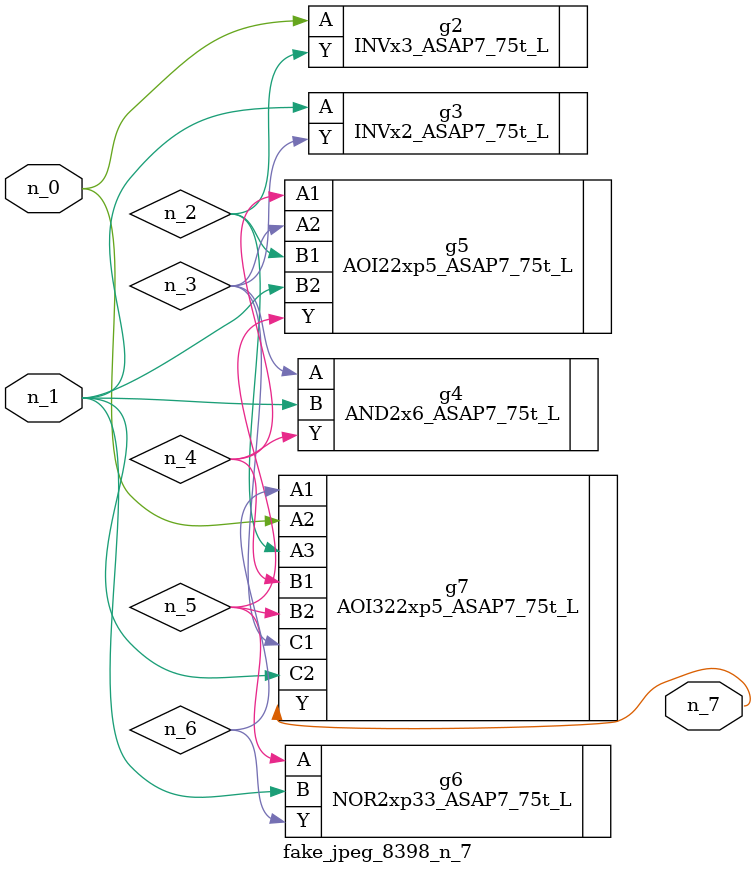
<source format=v>
module fake_jpeg_8398_n_7 (n_0, n_1, n_7);

input n_0;
input n_1;

output n_7;

wire n_2;
wire n_3;
wire n_4;
wire n_6;
wire n_5;

INVx3_ASAP7_75t_L g2 ( 
.A(n_0),
.Y(n_2)
);

INVx2_ASAP7_75t_L g3 ( 
.A(n_1),
.Y(n_3)
);

AND2x6_ASAP7_75t_L g4 ( 
.A(n_3),
.B(n_1),
.Y(n_4)
);

AOI22xp5_ASAP7_75t_L g5 ( 
.A1(n_4),
.A2(n_3),
.B1(n_2),
.B2(n_1),
.Y(n_5)
);

NOR2xp33_ASAP7_75t_L g6 ( 
.A(n_5),
.B(n_1),
.Y(n_6)
);

AOI322xp5_ASAP7_75t_L g7 ( 
.A1(n_6),
.A2(n_0),
.A3(n_2),
.B1(n_4),
.B2(n_5),
.C1(n_3),
.C2(n_1),
.Y(n_7)
);


endmodule
</source>
